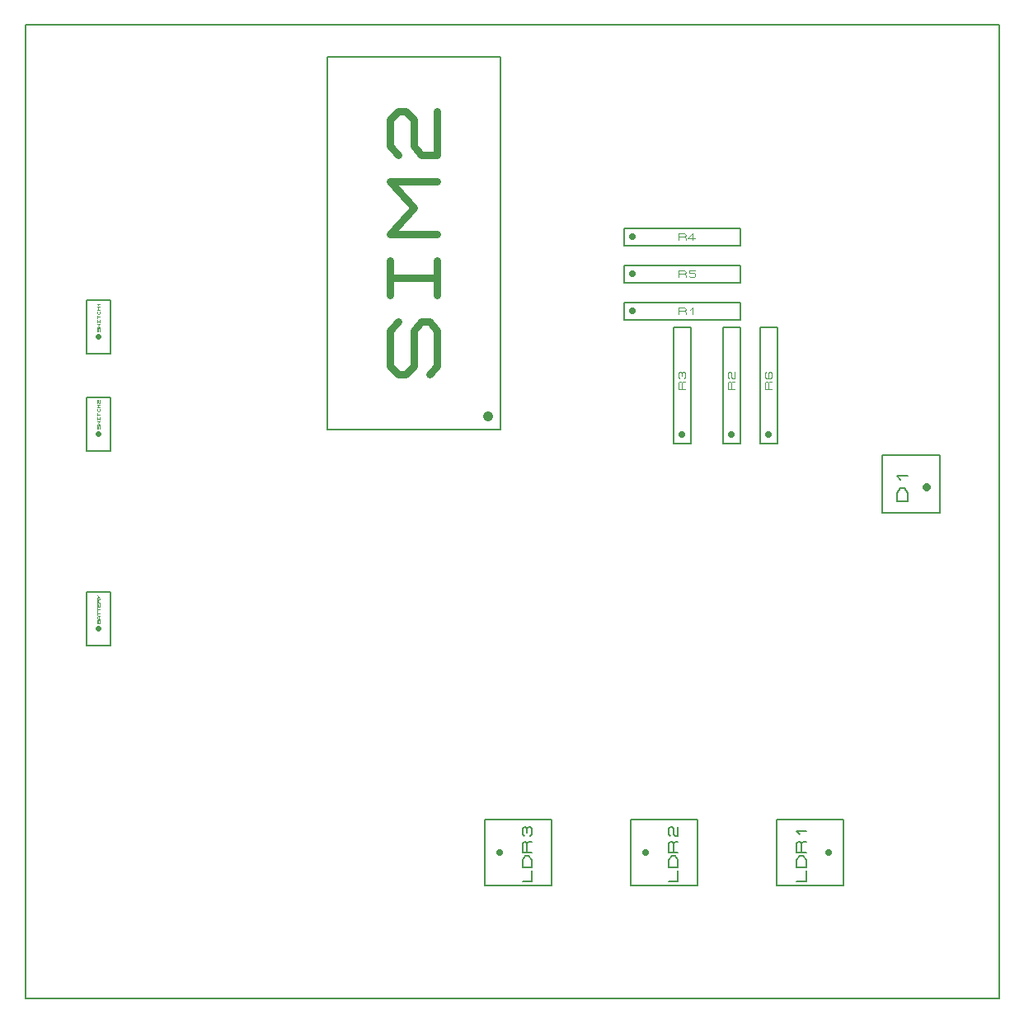
<source format=gbr>
G04 PROTEUS GERBER X2 FILE*
%TF.GenerationSoftware,Labcenter,Proteus,8.16-SP3-Build36097*%
%TF.CreationDate,2024-06-22T10:57:25+00:00*%
%TF.FileFunction,AssemblyDrawing,Top*%
%TF.FilePolarity,Positive*%
%TF.Part,Single*%
%TF.SameCoordinates,{46920692-e9dd-4208-b897-880813824025}*%
%FSLAX45Y45*%
%MOMM*%
G01*
%TA.AperFunction,Profile*%
%ADD17C,0.203200*%
%TA.AperFunction,Material*%
%ADD18C,0.203200*%
%ADD24C,1.016000*%
%ADD25C,0.801370*%
%ADD26C,0.711200*%
%ADD27C,0.165930*%
%ADD70C,0.152400*%
%ADD28C,0.558800*%
%ADD29C,0.047660*%
%ADD72C,0.812800*%
%ADD73C,0.190500*%
%ADD30C,0.110230*%
%TD.AperFunction*%
D17*
X-5250000Y-4750000D02*
X+4750000Y-4750000D01*
X+4750000Y+5250000D01*
X-5250000Y+5250000D01*
X-5250000Y-4750000D01*
D18*
X-2151000Y+1092840D02*
X-373000Y+1092840D01*
X-373000Y+4923160D01*
X-2151000Y+4923160D01*
X-2151000Y+1092840D01*
D24*
X-500000Y+1230000D02*
X-500000Y+1230000D01*
D25*
X-1101726Y+1659514D02*
X-1021589Y+1749668D01*
X-1021589Y+2110284D01*
X-1101726Y+2200438D01*
X-1181863Y+2200438D01*
X-1262000Y+2110284D01*
X-1262000Y+1749668D01*
X-1342137Y+1659514D01*
X-1422274Y+1659514D01*
X-1502411Y+1749668D01*
X-1502411Y+2110284D01*
X-1422274Y+2200438D01*
X-1502411Y+2470901D02*
X-1502411Y+2831517D01*
X-1502411Y+2651209D02*
X-1021589Y+2651209D01*
X-1021589Y+2470901D02*
X-1021589Y+2831517D01*
X-1021589Y+3101980D02*
X-1502411Y+3101980D01*
X-1262000Y+3372442D01*
X-1502411Y+3642904D01*
X-1021589Y+3642904D01*
X-1422274Y+3913367D02*
X-1502411Y+4003521D01*
X-1502411Y+4273983D01*
X-1422274Y+4364137D01*
X-1342137Y+4364137D01*
X-1262000Y+4273983D01*
X-1262000Y+4003521D01*
X-1181863Y+3913367D01*
X-1021589Y+3913367D01*
X-1021589Y+4364137D01*
D18*
X+2467474Y-3592026D02*
X+3151526Y-3592026D01*
X+3151526Y-2907974D01*
X+2467474Y-2907974D01*
X+2467474Y-3592026D01*
D26*
X+3000000Y-3250000D02*
X+3000000Y-3250000D01*
D27*
X+2666177Y-3548678D02*
X+2765737Y-3548678D01*
X+2765737Y-3436674D01*
X+2765737Y-3399339D02*
X+2666177Y-3399339D01*
X+2666177Y-3324670D01*
X+2699364Y-3287335D01*
X+2732550Y-3287335D01*
X+2765737Y-3324670D01*
X+2765737Y-3399339D01*
X+2765737Y-3250000D02*
X+2666177Y-3250000D01*
X+2666177Y-3156664D01*
X+2682770Y-3137996D01*
X+2699364Y-3137996D01*
X+2715957Y-3156664D01*
X+2715957Y-3250000D01*
X+2715957Y-3156664D02*
X+2732550Y-3137996D01*
X+2765737Y-3137996D01*
X+2699364Y-3063327D02*
X+2666177Y-3025992D01*
X+2765737Y-3025992D01*
D18*
X+967474Y-3592026D02*
X+1651526Y-3592026D01*
X+1651526Y-2907974D01*
X+967474Y-2907974D01*
X+967474Y-3592026D01*
D26*
X+1119000Y-3250000D02*
X+1119000Y-3250000D01*
D27*
X+1353263Y-3548678D02*
X+1452823Y-3548678D01*
X+1452823Y-3436674D01*
X+1452823Y-3399339D02*
X+1353263Y-3399339D01*
X+1353263Y-3324670D01*
X+1386450Y-3287335D01*
X+1419636Y-3287335D01*
X+1452823Y-3324670D01*
X+1452823Y-3399339D01*
X+1452823Y-3250000D02*
X+1353263Y-3250000D01*
X+1353263Y-3156664D01*
X+1369856Y-3137996D01*
X+1386450Y-3137996D01*
X+1403043Y-3156664D01*
X+1403043Y-3250000D01*
X+1403043Y-3156664D02*
X+1419636Y-3137996D01*
X+1452823Y-3137996D01*
X+1369856Y-3081994D02*
X+1353263Y-3063327D01*
X+1353263Y-3007325D01*
X+1369856Y-2988657D01*
X+1386450Y-2988657D01*
X+1403043Y-3007325D01*
X+1403043Y-3063327D01*
X+1419636Y-3081994D01*
X+1452823Y-3081994D01*
X+1452823Y-2988657D01*
D18*
X-532526Y-3592026D02*
X+151526Y-3592026D01*
X+151526Y-2907974D01*
X-532526Y-2907974D01*
X-532526Y-3592026D01*
D26*
X-381000Y-3250000D02*
X-381000Y-3250000D01*
D27*
X-146737Y-3548678D02*
X-47177Y-3548678D01*
X-47177Y-3436674D01*
X-47177Y-3399339D02*
X-146737Y-3399339D01*
X-146737Y-3324670D01*
X-113550Y-3287335D01*
X-80364Y-3287335D01*
X-47177Y-3324670D01*
X-47177Y-3399339D01*
X-47177Y-3250000D02*
X-146737Y-3250000D01*
X-146737Y-3156664D01*
X-130144Y-3137996D01*
X-113550Y-3137996D01*
X-96957Y-3156664D01*
X-96957Y-3250000D01*
X-96957Y-3156664D02*
X-80364Y-3137996D01*
X-47177Y-3137996D01*
X-130144Y-3081994D02*
X-146737Y-3063327D01*
X-146737Y-3007325D01*
X-130144Y-2988657D01*
X-113550Y-2988657D01*
X-96957Y-3007325D01*
X-80364Y-2988657D01*
X-63770Y-2988657D01*
X-47177Y-3007325D01*
X-47177Y-3063327D01*
X-63770Y-3081994D01*
X-96957Y-3044659D02*
X-96957Y-3007325D01*
D70*
X-4625400Y-1124320D02*
X-4373940Y-1124320D01*
X-4373940Y-575680D01*
X-4625400Y-575680D01*
X-4625400Y-1124320D01*
X-4373940Y-1124320D01*
X-4373940Y-575680D01*
X-4625400Y-575680D01*
X-4625400Y-1124320D01*
D28*
X-4500000Y-950000D02*
X-4500000Y-950000D01*
D29*
X-4485369Y-895213D02*
X-4513970Y-895213D01*
X-4513970Y-868400D01*
X-4509203Y-863038D01*
X-4504436Y-863038D01*
X-4499670Y-868400D01*
X-4494903Y-863038D01*
X-4490136Y-863038D01*
X-4485369Y-868400D01*
X-4485369Y-895213D01*
X-4499670Y-895213D02*
X-4499670Y-868400D01*
X-4485369Y-852312D02*
X-4504436Y-852312D01*
X-4513970Y-841587D01*
X-4513970Y-830862D01*
X-4504436Y-820137D01*
X-4485369Y-820137D01*
X-4494903Y-852312D02*
X-4494903Y-820137D01*
X-4513970Y-809411D02*
X-4513970Y-777236D01*
X-4513970Y-793324D02*
X-4485369Y-793324D01*
X-4513970Y-766510D02*
X-4513970Y-734335D01*
X-4513970Y-750423D02*
X-4485369Y-750423D01*
X-4485369Y-691434D02*
X-4485369Y-723609D01*
X-4513970Y-723609D01*
X-4513970Y-691434D01*
X-4499670Y-723609D02*
X-4499670Y-702159D01*
X-4485369Y-680708D02*
X-4513970Y-680708D01*
X-4513970Y-653895D01*
X-4509203Y-648533D01*
X-4504436Y-648533D01*
X-4499670Y-653895D01*
X-4499670Y-680708D01*
X-4499670Y-653895D02*
X-4494903Y-648533D01*
X-4485369Y-648533D01*
X-4513970Y-605632D02*
X-4485369Y-637807D01*
X-4513970Y-637807D02*
X-4499670Y-621720D01*
D70*
X-4625400Y+875680D02*
X-4373940Y+875680D01*
X-4373940Y+1424320D01*
X-4625400Y+1424320D01*
X-4625400Y+875680D01*
X-4373940Y+875680D01*
X-4373940Y+1424320D01*
X-4625400Y+1424320D01*
X-4625400Y+875680D01*
D28*
X-4500000Y+1050000D02*
X-4500000Y+1050000D01*
D29*
X-4490136Y+1104787D02*
X-4485369Y+1110149D01*
X-4485369Y+1131600D01*
X-4490136Y+1136962D01*
X-4494903Y+1136962D01*
X-4499670Y+1131600D01*
X-4499670Y+1110149D01*
X-4504436Y+1104787D01*
X-4509203Y+1104787D01*
X-4513970Y+1110149D01*
X-4513970Y+1131600D01*
X-4509203Y+1136962D01*
X-4513970Y+1147688D02*
X-4485369Y+1147688D01*
X-4499670Y+1163775D01*
X-4485369Y+1179863D01*
X-4513970Y+1179863D01*
X-4513970Y+1195951D02*
X-4513970Y+1217402D01*
X-4513970Y+1206676D02*
X-4485369Y+1206676D01*
X-4485369Y+1195951D02*
X-4485369Y+1217402D01*
X-4513970Y+1233490D02*
X-4513970Y+1265665D01*
X-4513970Y+1249577D02*
X-4485369Y+1249577D01*
X-4490136Y+1308566D02*
X-4485369Y+1303204D01*
X-4485369Y+1287116D01*
X-4494903Y+1276391D01*
X-4504436Y+1276391D01*
X-4513970Y+1287116D01*
X-4513970Y+1303204D01*
X-4509203Y+1308566D01*
X-4485369Y+1319292D02*
X-4513970Y+1319292D01*
X-4513970Y+1351467D02*
X-4485369Y+1351467D01*
X-4499670Y+1319292D02*
X-4499670Y+1351467D01*
X-4509203Y+1367555D02*
X-4513970Y+1372918D01*
X-4513970Y+1389006D01*
X-4509203Y+1394368D01*
X-4504436Y+1394368D01*
X-4499670Y+1389006D01*
X-4499670Y+1372918D01*
X-4494903Y+1367555D01*
X-4485369Y+1367555D01*
X-4485369Y+1394368D01*
D70*
X-4625400Y+1875680D02*
X-4373940Y+1875680D01*
X-4373940Y+2424320D01*
X-4625400Y+2424320D01*
X-4625400Y+1875680D01*
X-4373940Y+1875680D01*
X-4373940Y+2424320D01*
X-4625400Y+2424320D01*
X-4625400Y+1875680D01*
D28*
X-4500000Y+2050000D02*
X-4500000Y+2050000D01*
D29*
X-4490136Y+2104787D02*
X-4485369Y+2110149D01*
X-4485369Y+2131600D01*
X-4490136Y+2136962D01*
X-4494903Y+2136962D01*
X-4499670Y+2131600D01*
X-4499670Y+2110149D01*
X-4504436Y+2104787D01*
X-4509203Y+2104787D01*
X-4513970Y+2110149D01*
X-4513970Y+2131600D01*
X-4509203Y+2136962D01*
X-4513970Y+2147688D02*
X-4485369Y+2147688D01*
X-4499670Y+2163775D01*
X-4485369Y+2179863D01*
X-4513970Y+2179863D01*
X-4513970Y+2195951D02*
X-4513970Y+2217402D01*
X-4513970Y+2206676D02*
X-4485369Y+2206676D01*
X-4485369Y+2195951D02*
X-4485369Y+2217402D01*
X-4513970Y+2233490D02*
X-4513970Y+2265665D01*
X-4513970Y+2249577D02*
X-4485369Y+2249577D01*
X-4490136Y+2308566D02*
X-4485369Y+2303204D01*
X-4485369Y+2287116D01*
X-4494903Y+2276391D01*
X-4504436Y+2276391D01*
X-4513970Y+2287116D01*
X-4513970Y+2303204D01*
X-4509203Y+2308566D01*
X-4485369Y+2319292D02*
X-4513970Y+2319292D01*
X-4513970Y+2351467D02*
X-4485369Y+2351467D01*
X-4499670Y+2319292D02*
X-4499670Y+2351467D01*
X-4504436Y+2372918D02*
X-4513970Y+2383643D01*
X-4485369Y+2383643D01*
D18*
X+3549340Y+235840D02*
X+4141160Y+235840D01*
X+4141160Y+827660D01*
X+3549340Y+827660D01*
X+3549340Y+235840D01*
D72*
X+4004000Y+500000D02*
X+4004000Y+500000D01*
D73*
X+3813500Y+360300D02*
X+3699200Y+360300D01*
X+3699200Y+446025D01*
X+3737300Y+488887D01*
X+3775400Y+488887D01*
X+3813500Y+446025D01*
X+3813500Y+360300D01*
X+3737300Y+574612D02*
X+3699200Y+617475D01*
X+3813500Y+617475D01*
D18*
X+895100Y+2221100D02*
X+2088900Y+2221100D01*
X+2088900Y+2398900D01*
X+895100Y+2398900D01*
X+895100Y+2221100D01*
D26*
X+984000Y+2310000D02*
X+984000Y+2310000D01*
D30*
X+1455018Y+2276929D02*
X+1455018Y+2343070D01*
X+1517025Y+2343070D01*
X+1529427Y+2332047D01*
X+1529427Y+2321023D01*
X+1517025Y+2310000D01*
X+1455018Y+2310000D01*
X+1517025Y+2310000D02*
X+1529427Y+2298976D01*
X+1529427Y+2276929D01*
X+1579033Y+2321023D02*
X+1603836Y+2343070D01*
X+1603836Y+2276929D01*
D18*
X+1911100Y+951100D02*
X+2088900Y+951100D01*
X+2088900Y+2144900D01*
X+1911100Y+2144900D01*
X+1911100Y+951100D01*
D26*
X+2000000Y+1040000D02*
X+2000000Y+1040000D01*
D30*
X+2033071Y+1511018D02*
X+1966930Y+1511018D01*
X+1966930Y+1573025D01*
X+1977953Y+1585427D01*
X+1988977Y+1585427D01*
X+2000000Y+1573025D01*
X+2000000Y+1511018D01*
X+2000000Y+1573025D02*
X+2011024Y+1585427D01*
X+2033071Y+1585427D01*
X+1977953Y+1622631D02*
X+1966930Y+1635033D01*
X+1966930Y+1672237D01*
X+1977953Y+1684639D01*
X+1988977Y+1684639D01*
X+2000000Y+1672237D01*
X+2000000Y+1635033D01*
X+2011024Y+1622631D01*
X+2033071Y+1622631D01*
X+2033071Y+1684639D01*
D18*
X+1403100Y+951100D02*
X+1580900Y+951100D01*
X+1580900Y+2144900D01*
X+1403100Y+2144900D01*
X+1403100Y+951100D01*
D26*
X+1492000Y+1040000D02*
X+1492000Y+1040000D01*
D30*
X+1525071Y+1511018D02*
X+1458930Y+1511018D01*
X+1458930Y+1573025D01*
X+1469953Y+1585427D01*
X+1480977Y+1585427D01*
X+1492000Y+1573025D01*
X+1492000Y+1511018D01*
X+1492000Y+1573025D02*
X+1503024Y+1585427D01*
X+1525071Y+1585427D01*
X+1469953Y+1622631D02*
X+1458930Y+1635033D01*
X+1458930Y+1672237D01*
X+1469953Y+1684639D01*
X+1480977Y+1684639D01*
X+1492000Y+1672237D01*
X+1503024Y+1684639D01*
X+1514048Y+1684639D01*
X+1525071Y+1672237D01*
X+1525071Y+1635033D01*
X+1514048Y+1622631D01*
X+1492000Y+1647434D02*
X+1492000Y+1672237D01*
D18*
X+895100Y+2983100D02*
X+2088900Y+2983100D01*
X+2088900Y+3160900D01*
X+895100Y+3160900D01*
X+895100Y+2983100D01*
D26*
X+984000Y+3072000D02*
X+984000Y+3072000D01*
D30*
X+1455018Y+3038929D02*
X+1455018Y+3105070D01*
X+1517025Y+3105070D01*
X+1529427Y+3094047D01*
X+1529427Y+3083023D01*
X+1517025Y+3072000D01*
X+1455018Y+3072000D01*
X+1517025Y+3072000D02*
X+1529427Y+3060976D01*
X+1529427Y+3038929D01*
X+1628639Y+3060976D02*
X+1554230Y+3060976D01*
X+1603836Y+3105070D01*
X+1603836Y+3038929D01*
D18*
X+895100Y+2602100D02*
X+2088900Y+2602100D01*
X+2088900Y+2779900D01*
X+895100Y+2779900D01*
X+895100Y+2602100D01*
D26*
X+984000Y+2691000D02*
X+984000Y+2691000D01*
D30*
X+1455018Y+2657929D02*
X+1455018Y+2724070D01*
X+1517025Y+2724070D01*
X+1529427Y+2713047D01*
X+1529427Y+2702023D01*
X+1517025Y+2691000D01*
X+1455018Y+2691000D01*
X+1517025Y+2691000D02*
X+1529427Y+2679976D01*
X+1529427Y+2657929D01*
X+1628639Y+2724070D02*
X+1566631Y+2724070D01*
X+1566631Y+2702023D01*
X+1616237Y+2702023D01*
X+1628639Y+2691000D01*
X+1628639Y+2668952D01*
X+1616237Y+2657929D01*
X+1579033Y+2657929D01*
X+1566631Y+2668952D01*
D18*
X+2292100Y+951100D02*
X+2469900Y+951100D01*
X+2469900Y+2144900D01*
X+2292100Y+2144900D01*
X+2292100Y+951100D01*
D26*
X+2381000Y+1040000D02*
X+2381000Y+1040000D01*
D30*
X+2414071Y+1511018D02*
X+2347930Y+1511018D01*
X+2347930Y+1573025D01*
X+2358953Y+1585427D01*
X+2369977Y+1585427D01*
X+2381000Y+1573025D01*
X+2381000Y+1511018D01*
X+2381000Y+1573025D02*
X+2392024Y+1585427D01*
X+2414071Y+1585427D01*
X+2358953Y+1684639D02*
X+2347930Y+1672237D01*
X+2347930Y+1635033D01*
X+2358953Y+1622631D01*
X+2403048Y+1622631D01*
X+2414071Y+1635033D01*
X+2414071Y+1672237D01*
X+2403048Y+1684639D01*
X+2392024Y+1684639D01*
X+2381000Y+1672237D01*
X+2381000Y+1622631D01*
M02*

</source>
